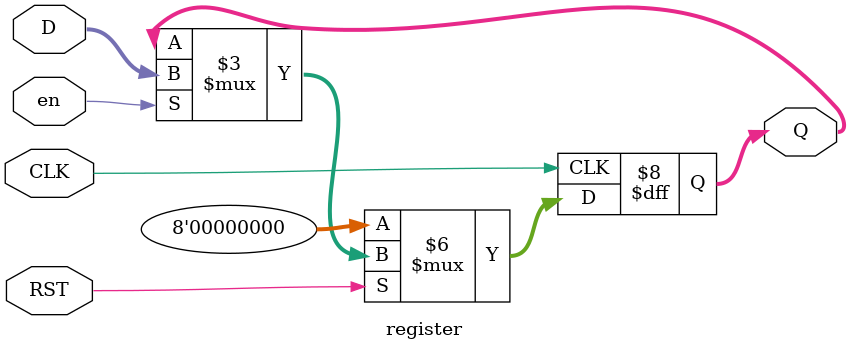
<source format=v>
/*--  *******************************************************
--  Computer Architecture Course, Laboratory Sources 
--  Amirkabir University of Technology (Tehran Polytechnic)
--  Department of Computer Engineering (CE-AUT)
--  https://ce[dot]aut[dot]ac[dot]ir
--  *******************************************************
--  All Rights reserved (C) 2021-2022
--  *******************************************************
--  Student ID  : 
--  Student Name: 
--  Student Mail: 
--  *******************************************************
--  Additional Comments:
--
--*/

/*-----------------------------------------------------------
---  Module Name: register
-----------------------------------------------------------*/
`timescale 1 ns/1 ns

module register(
	input [7:0] D,
	input CLK, 
	input RST,
	input en,
	output reg [7:0] Q);
	
	always @(posedge CLK)
		if (~RST)
		begin
			Q <= 8'b00000000;
		end else if (en) 
		begin
			Q <= D;
		end
	
endmodule
</source>
